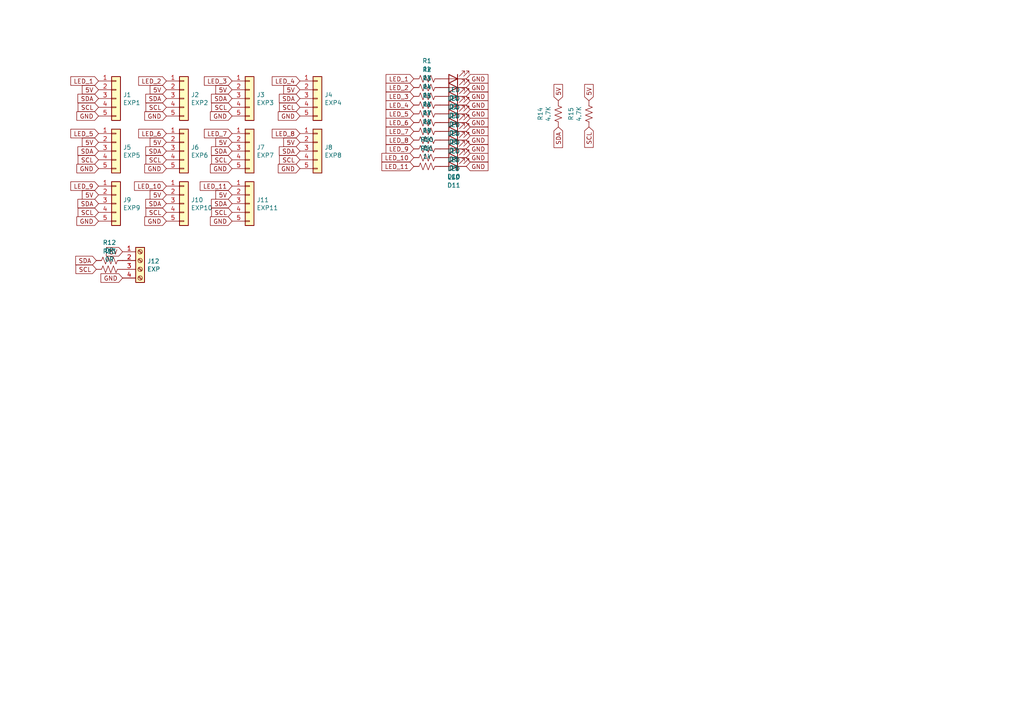
<source format=kicad_sch>
(kicad_sch (version 20230121) (generator eeschema)
  (paper "A4")
  (lib_symbols
    (symbol "Connector:Screw_Terminal_01x04" (pin_names (offset 1.016) hide)
      (property "Reference" "J" (at 0 5.08 0))
      (property "Value" "Screw_Terminal_01x04" (at 0 -7.62 0))
      (symbol "Screw_Terminal_01x04_1_1"
        (rectangle (start -1.27 3.81) (end 1.27 -6.35) (stroke (width 0.254)) (fill (type background)))
        (circle (center 0 -5.08) (radius 0.635) (stroke (width 0.1524)))
        (circle (center 0 -2.54) (radius 0.635) (stroke (width 0.1524)))
        (polyline (pts (xy -0.5334 -4.7498) (xy 0.3302 -5.588)) (stroke (width 0.1524)))
        (polyline (pts (xy -0.5334 -2.2098) (xy 0.3302 -3.048)) (stroke (width 0.1524)))
        (polyline (pts (xy -0.5334 0.3302) (xy 0.3302 -0.508)) (stroke (width 0.1524)))
        (polyline (pts (xy -0.5334 2.8702) (xy 0.3302 2.032)) (stroke (width 0.1524)))
        (polyline (pts (xy -0.3556 -4.572) (xy 0.508 -5.4102)) (stroke (width 0.1524)))
        (polyline (pts (xy -0.3556 -2.032) (xy 0.508 -2.8702)) (stroke (width 0.1524)))
        (polyline (pts (xy -0.3556 0.508) (xy 0.508 -0.3302)) (stroke (width 0.1524)))
        (polyline (pts (xy -0.3556 3.048) (xy 0.508 2.2098)) (stroke (width 0.1524)))
        (circle (center 0 0) (radius 0.635) (stroke (width 0.1524)))
        (circle (center 0 2.54) (radius 0.635) (stroke (width 0.1524)))
        (pin passive line (at -5.08 2.54 0) (length 3.81) (name "Pin_1") (number "1"))
        (pin passive line (at -5.08 0 0) (length 3.81) (name "Pin_2") (number "2"))
        (pin passive line (at -5.08 -2.54 0) (length 3.81) (name "Pin_3") (number "3"))
        (pin passive line (at -5.08 -5.08 0) (length 3.81) (name "Pin_4") (number "4"))
      )
    )
    (symbol "Connector_Generic:Conn_01x05" (pin_names (offset 1.016) hide)
      (property "Reference" "J" (at 0 7.62 0))
      (property "Value" "Conn_01x05" (at 0 -7.62 0))
      (symbol "Conn_01x05_1_1"
        (rectangle (start -1.27 -4.953) (end 0 -5.207) (stroke (width 0.1524)))
        (rectangle (start -1.27 -2.413) (end 0 -2.667) (stroke (width 0.1524)))
        (rectangle (start -1.27 0.127) (end 0 -0.127) (stroke (width 0.1524)))
        (rectangle (start -1.27 2.667) (end 0 2.413) (stroke (width 0.1524)))
        (rectangle (start -1.27 5.207) (end 0 4.953) (stroke (width 0.1524)))
        (rectangle (start -1.27 6.35) (end 1.27 -6.35) (stroke (width 0.254)) (fill (type background)))
        (pin passive line (at -5.08 5.08 0) (length 3.81) (name "Pin_1") (number "1"))
        (pin passive line (at -5.08 2.54 0) (length 3.81) (name "Pin_2") (number "2"))
        (pin passive line (at -5.08 0 0) (length 3.81) (name "Pin_3") (number "3"))
        (pin passive line (at -5.08 -2.54 0) (length 3.81) (name "Pin_4") (number "4"))
        (pin passive line (at -5.08 -5.08 0) (length 3.81) (name "Pin_5") (number "5"))
      )
    )
    (symbol "Device:LED" (pin_numbers hide) (pin_names (offset 1.016) hide)
      (property "Reference" "D" (at 0 2.54 0))
      (property "Value" "LED" (at 0 -2.54 0))
      (symbol "LED_0_1"
        (polyline (pts (xy -1.27 -1.27) (xy -1.27 1.27)) (stroke (width 0.254)))
        (polyline (pts (xy -1.27 0) (xy 1.27 0)))
        (polyline (pts (xy 1.27 -1.27) (xy 1.27 1.27) (xy -1.27 0) (xy 1.27 -1.27)) (stroke (width 0.254)))
        (polyline (pts (xy -3.048 -0.762) (xy -4.572 -2.286) (xy -3.81 -2.286) (xy -4.572 -2.286) (xy -4.572 -1.524)))
        (polyline (pts (xy -1.778 -0.762) (xy -3.302 -2.286) (xy -2.54 -2.286) (xy -3.302 -2.286) (xy -3.302 -1.524)))
      )
      (symbol "LED_1_1"
        (pin passive line (at -3.81 0 0) (length 2.54) (name "K") (number "1"))
        (pin passive line (at 3.81 0 180) (length 2.54) (name "A") (number "2"))
      )
    )
    (symbol "Device:R_US" (pin_numbers hide) (pin_names (offset 0))
      (property "Reference" "R" (at 2.54 0 90))
      (property "Value" "R_US" (at -2.54 0 90))
      (symbol "R_US_0_1"
        (polyline (pts (xy 0 -2.286) (xy 0 -2.54)))
        (polyline (pts (xy 0 2.286) (xy 0 2.54)))
        (polyline (pts (xy 0 -0.762) (xy 1.016 -1.143) (xy 0 -1.524) (xy -1.016 -1.905) (xy 0 -2.286)))
        (polyline (pts (xy 0 0.762) (xy 1.016 0.381) (xy 0 0) (xy -1.016 -0.381) (xy 0 -0.762)))
        (polyline (pts (xy 0 2.286) (xy 1.016 1.905) (xy 0 1.524) (xy -1.016 1.143) (xy 0 0.762)))
      )
      (symbol "R_US_1_1"
        (pin passive line (at 0 3.81 270) (length 1.27) (name "~") (number "1"))
        (pin passive line (at 0 -3.81 90) (length 1.27) (name "~") (number "2"))
      )
    )
  )
  (global_label "GND" (shape input) (at 48.26 33.655 180) (property "Intersheetrefs" "${INTERSHEET_REFS}" (effects hide)))
  (global_label "GND" (shape input) (at 67.31 64.135 180) (property "Intersheetrefs" "${INTERSHEET_REFS}" (effects hide)))
  (global_label "SCL" (shape input) (at 48.26 61.595 180) (property "Intersheetrefs" "${INTERSHEET_REFS}" (effects hide)))
  (global_label "SCL" (shape input) (at 67.31 46.355 180) (property "Intersheetrefs" "${INTERSHEET_REFS}" (effects hide)))
  (global_label "SCL" (shape input) (at 28.575 61.595 180) (property "Intersheetrefs" "${INTERSHEET_REFS}" (effects hide)))
  (global_label "5V" (shape input) (at 170.815 29.21 90) (property "Intersheetrefs" "${INTERSHEET_REFS}" (effects hide)))
  (global_label "SDA" (shape input) (at 48.26 43.815 180) (property "Intersheetrefs" "${INTERSHEET_REFS}" (effects hide)))
  (global_label "SCL" (shape input) (at 28.575 31.115 180) (property "Intersheetrefs" "${INTERSHEET_REFS}" (effects hide)))
  (global_label "SDA" (shape input) (at 67.31 59.055 180) (property "Intersheetrefs" "${INTERSHEET_REFS}" (effects hide)))
  (global_label "GND" (shape input) (at 28.575 64.135 180) (property "Intersheetrefs" "${INTERSHEET_REFS}" (effects hide)))
  (global_label "GND" (shape input) (at 135.255 40.64 0) (property "Intersheetrefs" "${INTERSHEET_REFS}" (effects hide)))
  (global_label "GND" (shape input) (at 48.26 64.135 180) (property "Intersheetrefs" "${INTERSHEET_REFS}" (effects hide)))
  (global_label "LED_5" (shape input) (at 28.575 38.735 180) (property "Intersheetrefs" "${INTERSHEET_REFS}" (effects hide)))
  (global_label "SDA" (shape input) (at 48.26 59.055 180) (property "Intersheetrefs" "${INTERSHEET_REFS}" (effects hide)))
  (global_label "GND" (shape input) (at 67.31 33.655 180) (property "Intersheetrefs" "${INTERSHEET_REFS}" (effects hide)))
  (global_label "GND" (shape input) (at 135.255 22.86 0) (property "Intersheetrefs" "${INTERSHEET_REFS}" (effects hide)))
  (global_label "LED_3" (shape input) (at 67.31 23.495 180) (property "Intersheetrefs" "${INTERSHEET_REFS}" (effects hide)))
  (global_label "5V" (shape input) (at 86.995 41.275 180) (property "Intersheetrefs" "${INTERSHEET_REFS}" (effects hide)))
  (global_label "SDA" (shape input) (at 28.575 43.815 180) (property "Intersheetrefs" "${INTERSHEET_REFS}" (effects hide)))
  (global_label "5V" (shape input) (at 48.26 56.515 180) (property "Intersheetrefs" "${INTERSHEET_REFS}" (effects hide)))
  (global_label "LED_6" (shape input) (at 48.26 38.735 180) (property "Intersheetrefs" "${INTERSHEET_REFS}" (effects hide)))
  (global_label "5V" (shape input) (at 86.995 26.035 180) (property "Intersheetrefs" "${INTERSHEET_REFS}" (effects hide)))
  (global_label "LED_8" (shape input) (at 86.995 38.735 180) (property "Intersheetrefs" "${INTERSHEET_REFS}" (effects hide)))
  (global_label "SCL" (shape input) (at 48.26 31.115 180) (property "Intersheetrefs" "${INTERSHEET_REFS}" (effects hide)))
  (global_label "LED_11" (shape input) (at 120.015 48.26 180) (property "Intersheetrefs" "${INTERSHEET_REFS}" (effects hide)))
  (global_label "GND" (shape input) (at 135.255 45.72 0) (property "Intersheetrefs" "${INTERSHEET_REFS}" (effects hide)))
  (global_label "SDA" (shape input) (at 28.575 59.055 180) (property "Intersheetrefs" "${INTERSHEET_REFS}" (effects hide)))
  (global_label "LED_5" (shape input) (at 120.015 33.02 180) (property "Intersheetrefs" "${INTERSHEET_REFS}" (effects hide)))
  (global_label "GND" (shape input) (at 135.255 43.18 0) (property "Intersheetrefs" "${INTERSHEET_REFS}" (effects hide)))
  (global_label "5V" (shape input) (at 67.31 41.275 180) (property "Intersheetrefs" "${INTERSHEET_REFS}" (effects hide)))
  (global_label "SCL" (shape input) (at 170.815 36.83 270) (property "Intersheetrefs" "${INTERSHEET_REFS}" (effects hide)))
  (global_label "5V" (shape input) (at 67.31 26.035 180) (property "Intersheetrefs" "${INTERSHEET_REFS}" (effects hide)))
  (global_label "LED_11" (shape input) (at 67.31 53.975 180) (property "Intersheetrefs" "${INTERSHEET_REFS}" (effects hide)))
  (global_label "GND" (shape input) (at 48.26 48.895 180) (property "Intersheetrefs" "${INTERSHEET_REFS}" (effects hide)))
  (global_label "GND" (shape input) (at 135.255 30.48 0) (property "Intersheetrefs" "${INTERSHEET_REFS}" (effects hide)))
  (global_label "GND" (shape input) (at 135.255 25.4 0) (property "Intersheetrefs" "${INTERSHEET_REFS}" (effects hide)))
  (global_label "LED_7" (shape input) (at 67.31 38.735 180) (property "Intersheetrefs" "${INTERSHEET_REFS}" (effects hide)))
  (global_label "5V" (shape input) (at 161.925 29.21 90) (property "Intersheetrefs" "${INTERSHEET_REFS}" (effects hide)))
  (global_label "SCL" (shape input) (at 86.995 31.115 180) (property "Intersheetrefs" "${INTERSHEET_REFS}" (effects hide)))
  (global_label "LED_9" (shape input) (at 28.575 53.975 180) (property "Intersheetrefs" "${INTERSHEET_REFS}" (effects hide)))
  (global_label "LED_4" (shape input) (at 86.995 23.495 180) (property "Intersheetrefs" "${INTERSHEET_REFS}" (effects hide)))
  (global_label "LED_8" (shape input) (at 120.015 40.64 180) (property "Intersheetrefs" "${INTERSHEET_REFS}" (effects hide)))
  (global_label "LED_10" (shape input) (at 48.26 53.975 180) (property "Intersheetrefs" "${INTERSHEET_REFS}" (effects hide)))
  (global_label "LED_6" (shape input) (at 120.015 35.56 180) (property "Intersheetrefs" "${INTERSHEET_REFS}" (effects hide)))
  (global_label "SCL" (shape input) (at 67.31 31.115 180) (property "Intersheetrefs" "${INTERSHEET_REFS}" (effects hide)))
  (global_label "5V" (shape input) (at 35.56 73.025 180) (property "Intersheetrefs" "${INTERSHEET_REFS}" (effects hide)))
  (global_label "GND" (shape input) (at 135.255 38.1 0) (property "Intersheetrefs" "${INTERSHEET_REFS}" (effects hide)))
  (global_label "SDA" (shape input) (at 67.31 28.575 180) (property "Intersheetrefs" "${INTERSHEET_REFS}" (effects hide)))
  (global_label "GND" (shape input) (at 86.995 33.655 180) (property "Intersheetrefs" "${INTERSHEET_REFS}" (effects hide)))
  (global_label "LED_3" (shape input) (at 120.015 27.94 180) (property "Intersheetrefs" "${INTERSHEET_REFS}" (effects hide)))
  (global_label "SDA" (shape input) (at 67.31 43.815 180) (property "Intersheetrefs" "${INTERSHEET_REFS}" (effects hide)))
  (global_label "SDA" (shape input) (at 161.925 36.83 270) (property "Intersheetrefs" "${INTERSHEET_REFS}" (effects hide)))
  (global_label "GND" (shape input) (at 135.255 35.56 0) (property "Intersheetrefs" "${INTERSHEET_REFS}" (effects hide)))
  (global_label "LED_2" (shape input) (at 48.26 23.495 180) (property "Intersheetrefs" "${INTERSHEET_REFS}" (effects hide)))
  (global_label "LED_1" (shape input) (at 28.575 23.495 180) (property "Intersheetrefs" "${INTERSHEET_REFS}" (effects hide)))
  (global_label "SDA" (shape input) (at 48.26 28.575 180) (property "Intersheetrefs" "${INTERSHEET_REFS}" (effects hide)))
  (global_label "SCL" (shape input) (at 67.31 61.595 180) (property "Intersheetrefs" "${INTERSHEET_REFS}" (effects hide)))
  (global_label "LED_2" (shape input) (at 120.015 25.4 180) (property "Intersheetrefs" "${INTERSHEET_REFS}" (effects hide)))
  (global_label "SCL" (shape input) (at 27.94 78.105 180) (property "Intersheetrefs" "${INTERSHEET_REFS}" (effects hide)))
  (global_label "GND" (shape input) (at 135.255 33.02 0) (property "Intersheetrefs" "${INTERSHEET_REFS}" (effects hide)))
  (global_label "GND" (shape input) (at 28.575 33.655 180) (property "Intersheetrefs" "${INTERSHEET_REFS}" (effects hide)))
  (global_label "5V" (shape input) (at 28.575 41.275 180) (property "Intersheetrefs" "${INTERSHEET_REFS}" (effects hide)))
  (global_label "LED_4" (shape input) (at 120.015 30.48 180) (property "Intersheetrefs" "${INTERSHEET_REFS}" (effects hide)))
  (global_label "SDA" (shape input) (at 28.575 28.575 180) (property "Intersheetrefs" "${INTERSHEET_REFS}" (effects hide)))
  (global_label "LED_10" (shape input) (at 120.015 45.72 180) (property "Intersheetrefs" "${INTERSHEET_REFS}" (effects hide)))
  (global_label "GND" (shape input) (at 67.31 48.895 180) (property "Intersheetrefs" "${INTERSHEET_REFS}" (effects hide)))
  (global_label "LED_9" (shape input) (at 120.015 43.18 180) (property "Intersheetrefs" "${INTERSHEET_REFS}" (effects hide)))
  (global_label "LED_1" (shape input) (at 120.015 22.86 180) (property "Intersheetrefs" "${INTERSHEET_REFS}" (effects hide)))
  (global_label "5V" (shape input) (at 48.26 26.035 180) (property "Intersheetrefs" "${INTERSHEET_REFS}" (effects hide)))
  (global_label "SCL" (shape input) (at 28.575 46.355 180) (property "Intersheetrefs" "${INTERSHEET_REFS}" (effects hide)))
  (global_label "5V" (shape input) (at 48.26 41.275 180) (property "Intersheetrefs" "${INTERSHEET_REFS}" (effects hide)))
  (global_label "GND" (shape input) (at 28.575 48.895 180) (property "Intersheetrefs" "${INTERSHEET_REFS}" (effects hide)))
  (global_label "LED_7" (shape input) (at 120.015 38.1 180) (property "Intersheetrefs" "${INTERSHEET_REFS}" (effects hide)))
  (global_label "GND" (shape input) (at 35.56 80.645 180) (property "Intersheetrefs" "${INTERSHEET_REFS}" (effects hide)))
  (global_label "GND" (shape input) (at 135.255 27.94 0) (property "Intersheetrefs" "${INTERSHEET_REFS}" (effects hide)))
  (global_label "GND" (shape input) (at 135.255 48.26 0) (property "Intersheetrefs" "${INTERSHEET_REFS}" (effects hide)))
  (global_label "5V" (shape input) (at 28.575 56.515 180) (property "Intersheetrefs" "${INTERSHEET_REFS}" (effects hide)))
  (global_label "SCL" (shape input) (at 48.26 46.355 180) (property "Intersheetrefs" "${INTERSHEET_REFS}" (effects hide)))
  (global_label "SDA" (shape input) (at 86.995 43.815 180) (property "Intersheetrefs" "${INTERSHEET_REFS}" (effects hide)))
  (global_label "5V" (shape input) (at 67.31 56.515 180) (property "Intersheetrefs" "${INTERSHEET_REFS}" (effects hide)))
  (global_label "SCL" (shape input) (at 86.995 46.355 180) (property "Intersheetrefs" "${INTERSHEET_REFS}" (effects hide)))
  (global_label "SDA" (shape input) (at 27.94 75.565 180) (property "Intersheetrefs" "${INTERSHEET_REFS}" (effects hide)))
  (global_label "SDA" (shape input) (at 86.995 28.575 180) (property "Intersheetrefs" "${INTERSHEET_REFS}" (effects hide)))
  (global_label "5V" (shape input) (at 28.575 26.035 180) (property "Intersheetrefs" "${INTERSHEET_REFS}" (effects hide)))
  (global_label "GND" (shape input) (at 86.995 48.895 180) (property "Intersheetrefs" "${INTERSHEET_REFS}" (effects hide)))
  (symbol (lib_id "Connector_Generic:Conn_01x05") (at 33.655 28.575 0) (unit 1)
    (property "Reference" "J1" (at 35.687 27.5082 0) (effects (justify left)))
    (property "Value" "EXP1" (at 35.687 29.8196 0) (effects (justify left)))
    (property "Footprint" "Connector_PinSocket_2.54mm:PinSocket_1x05_P2.54mm_Vertical" (effects hide))
  )
  (symbol (lib_id "Connector_Generic:Conn_01x05") (at 53.34 28.575 0) (unit 1)
    (property "Reference" "J2" (at 55.372 27.5082 0) (effects (justify left)))
    (property "Value" "EXP2" (at 55.372 29.8196 0) (effects (justify left)))
    (property "Footprint" "Connector_PinSocket_2.54mm:PinSocket_1x05_P2.54mm_Vertical" (effects hide))
  )
  (symbol (lib_id "Connector_Generic:Conn_01x05") (at 72.39 28.575 0) (unit 1)
    (property "Reference" "J3" (at 74.422 27.5082 0) (effects (justify left)))
    (property "Value" "EXP3" (at 74.422 29.8196 0) (effects (justify left)))
    (property "Footprint" "Connector_PinSocket_2.54mm:PinSocket_1x05_P2.54mm_Vertical" (effects hide))
  )
  (symbol (lib_id "Connector_Generic:Conn_01x05") (at 92.075 28.575 0) (unit 1)
    (property "Reference" "J4" (at 94.107 27.5082 0) (effects (justify left)))
    (property "Value" "EXP4" (at 94.107 29.8196 0) (effects (justify left)))
    (property "Footprint" "Connector_PinSocket_2.54mm:PinSocket_1x05_P2.54mm_Vertical" (effects hide))
  )
  (symbol (lib_id "Connector_Generic:Conn_01x05") (at 33.655 43.815 0) (unit 1)
    (property "Reference" "J5" (at 35.687 42.7482 0) (effects (justify left)))
    (property "Value" "EXP5" (at 35.687 45.0596 0) (effects (justify left)))
    (property "Footprint" "Connector_PinSocket_2.54mm:PinSocket_1x05_P2.54mm_Vertical" (effects hide))
  )
  (symbol (lib_id "Connector_Generic:Conn_01x05") (at 53.34 43.815 0) (unit 1)
    (property "Reference" "J6" (at 55.372 42.7482 0) (effects (justify left)))
    (property "Value" "EXP6" (at 55.372 45.0596 0) (effects (justify left)))
    (property "Footprint" "Connector_PinSocket_2.54mm:PinSocket_1x05_P2.54mm_Vertical" (effects hide))
  )
  (symbol (lib_id "Connector_Generic:Conn_01x05") (at 72.39 43.815 0) (unit 1)
    (property "Reference" "J7" (at 74.422 42.7482 0) (effects (justify left)))
    (property "Value" "EXP7" (at 74.422 45.0596 0) (effects (justify left)))
    (property "Footprint" "Connector_PinSocket_2.54mm:PinSocket_1x05_P2.54mm_Vertical" (effects hide))
  )
  (symbol (lib_id "Connector_Generic:Conn_01x05") (at 92.075 43.815 0) (unit 1)
    (property "Reference" "J8" (at 94.107 42.7482 0) (effects (justify left)))
    (property "Value" "EXP8" (at 94.107 45.0596 0) (effects (justify left)))
    (property "Footprint" "Connector_PinSocket_2.54mm:PinSocket_1x05_P2.54mm_Vertical" (effects hide))
  )
  (symbol (lib_id "Connector_Generic:Conn_01x05") (at 33.655 59.055 0) (unit 1)
    (property "Reference" "J9" (at 35.687 57.9882 0) (effects (justify left)))
    (property "Value" "EXP9" (at 35.687 60.2996 0) (effects (justify left)))
    (property "Footprint" "Connector_PinSocket_2.54mm:PinSocket_1x05_P2.54mm_Vertical" (effects hide))
  )
  (symbol (lib_id "Connector_Generic:Conn_01x05") (at 53.34 59.055 0) (unit 1)
    (property "Reference" "J10" (at 55.372 57.9882 0) (effects (justify left)))
    (property "Value" "EXP10" (at 55.372 60.2996 0) (effects (justify left)))
    (property "Footprint" "Connector_PinSocket_2.54mm:PinSocket_1x05_P2.54mm_Vertical" (effects hide))
  )
  (symbol (lib_id "Connector_Generic:Conn_01x05") (at 72.39 59.055 0) (unit 1)
    (property "Reference" "J11" (at 74.422 57.9882 0) (effects (justify left)))
    (property "Value" "EXP11" (at 74.422 60.2996 0) (effects (justify left)))
    (property "Footprint" "Connector_PinSocket_2.54mm:PinSocket_1x05_P2.54mm_Vertical" (effects hide))
  )
  (symbol (lib_id "Connector:Screw_Terminal_01x04") (at 40.64 75.565 0) (unit 1)
    (property "Reference" "J12" (at 42.672 75.7682 0) (effects (justify left)))
    (property "Value" "EXP" (at 42.672 78.0796 0) (effects (justify left)))
    (property "Footprint" "TerminalBlock:TerminalBlock_bornier-4_P5.08mm" (effects hide))
  )
  (symbol (lib_id "Device:LED") (at 131.445 22.86 180) (unit 1)
    (property "Reference" "D1" (at 131.6228 28.3464 0))
    (property "Value" "LED" (at 131.6228 26.035 0))
    (property "Footprint" "LED_SMD:LED_0805_2012Metric" (effects hide))
  )
  (symbol (lib_id "Device:R_US") (at 123.825 22.86 270) (unit 1)
    (property "Reference" "R1" (at 123.825 17.653 90))
    (property "Value" "1k" (at 123.825 19.9644 90))
    (property "Footprint" "Resistor_SMD:R_0805_2012Metric" (effects hide))
  )
  (symbol (lib_id "Device:LED") (at 131.445 25.4 180) (unit 1)
    (property "Reference" "D2" (at 131.6228 30.8864 0))
    (property "Value" "LED" (at 131.6228 28.575 0))
    (property "Footprint" "LED_SMD:LED_0805_2012Metric" (effects hide))
  )
  (symbol (lib_id "Device:R_US") (at 123.825 25.4 270) (unit 1)
    (property "Reference" "R2" (at 123.825 20.193 90))
    (property "Value" "1k" (at 123.825 22.5044 90))
    (property "Footprint" "Resistor_SMD:R_0805_2012Metric" (effects hide))
  )
  (symbol (lib_id "Device:LED") (at 131.445 27.94 180) (unit 1)
    (property "Reference" "D3" (at 131.6228 33.4264 0))
    (property "Value" "LED" (at 131.6228 31.115 0))
    (property "Footprint" "LED_SMD:LED_0805_2012Metric" (effects hide))
  )
  (symbol (lib_id "Device:R_US") (at 123.825 27.94 270) (unit 1)
    (property "Reference" "R3" (at 123.825 22.733 90))
    (property "Value" "1k" (at 123.825 25.0444 90))
    (property "Footprint" "Resistor_SMD:R_0805_2012Metric" (effects hide))
  )
  (symbol (lib_id "Device:LED") (at 131.445 30.48 180) (unit 1)
    (property "Reference" "D4" (at 131.6228 35.9664 0))
    (property "Value" "LED" (at 131.6228 33.655 0))
    (property "Footprint" "LED_SMD:LED_0805_2012Metric" (effects hide))
  )
  (symbol (lib_id "Device:R_US") (at 123.825 30.48 270) (unit 1)
    (property "Reference" "R4" (at 123.825 25.273 90))
    (property "Value" "1k" (at 123.825 27.5844 90))
    (property "Footprint" "Resistor_SMD:R_0805_2012Metric" (effects hide))
  )
  (symbol (lib_id "Device:R_US") (at 31.75 78.105 270) (unit 1)
    (property "Reference" "R13" (at 31.75 72.898 90))
    (property "Value" "0R" (at 31.75 75.2094 90))
    (property "Footprint" "Resistor_SMD:R_0805_2012Metric" (effects hide))
  )
  (symbol (lib_id "Device:LED") (at 131.445 33.02 180) (unit 1)
    (property "Reference" "D5" (at 131.6228 38.5064 0))
    (property "Value" "LED" (at 131.6228 36.195 0))
    (property "Footprint" "LED_SMD:LED_0805_2012Metric" (effects hide))
  )
  (symbol (lib_id "Device:R_US") (at 123.825 33.02 270) (unit 1)
    (property "Reference" "R5" (at 123.825 27.813 90))
    (property "Value" "1k" (at 123.825 30.1244 90))
    (property "Footprint" "Resistor_SMD:R_0805_2012Metric" (effects hide))
  )
  (symbol (lib_id "Device:LED") (at 131.445 35.56 180) (unit 1)
    (property "Reference" "D6" (at 131.6228 41.0464 0))
    (property "Value" "LED" (at 131.6228 38.735 0))
    (property "Footprint" "LED_SMD:LED_0805_2012Metric" (effects hide))
  )
  (symbol (lib_id "Device:R_US") (at 123.825 35.56 270) (unit 1)
    (property "Reference" "R6" (at 123.825 30.353 90))
    (property "Value" "1k" (at 123.825 32.6644 90))
    (property "Footprint" "Resistor_SMD:R_0805_2012Metric" (effects hide))
  )
  (symbol (lib_id "Device:LED") (at 131.445 38.1 180) (unit 1)
    (property "Reference" "D7" (at 131.6228 43.5864 0))
    (property "Value" "LED" (at 131.6228 41.275 0))
    (property "Footprint" "LED_SMD:LED_0805_2012Metric" (effects hide))
  )
  (symbol (lib_id "Device:R_US") (at 123.825 38.1 270) (unit 1)
    (property "Reference" "R7" (at 123.825 32.893 90))
    (property "Value" "1k" (at 123.825 35.2044 90))
    (property "Footprint" "Resistor_SMD:R_0805_2012Metric" (effects hide))
  )
  (symbol (lib_id "Device:LED") (at 131.445 40.64 180) (unit 1)
    (property "Reference" "D8" (at 131.6228 46.1264 0))
    (property "Value" "LED" (at 131.6228 43.815 0))
    (property "Footprint" "LED_SMD:LED_0805_2012Metric" (effects hide))
  )
  (symbol (lib_id "Device:R_US") (at 123.825 40.64 270) (unit 1)
    (property "Reference" "R8" (at 123.825 35.433 90))
    (property "Value" "1k" (at 123.825 37.7444 90))
    (property "Footprint" "Resistor_SMD:R_0805_2012Metric" (effects hide))
  )
  (symbol (lib_id "Device:LED") (at 131.445 43.18 180) (unit 1)
    (property "Reference" "D9" (at 131.6228 48.6664 0))
    (property "Value" "LED" (at 131.6228 46.355 0))
    (property "Footprint" "LED_SMD:LED_0805_2012Metric" (effects hide))
  )
  (symbol (lib_id "Device:R_US") (at 123.825 43.18 270) (unit 1)
    (property "Reference" "R9" (at 123.825 37.973 90))
    (property "Value" "1k" (at 123.825 40.2844 90))
    (property "Footprint" "Resistor_SMD:R_0805_2012Metric" (effects hide))
  )
  (symbol (lib_id "Device:LED") (at 131.445 45.72 180) (unit 1)
    (property "Reference" "D10" (at 131.6228 51.2064 0))
    (property "Value" "LED" (at 131.6228 48.895 0))
    (property "Footprint" "LED_SMD:LED_0805_2012Metric" (effects hide))
  )
  (symbol (lib_id "Device:R_US") (at 123.825 45.72 270) (unit 1)
    (property "Reference" "R10" (at 123.825 40.513 90))
    (property "Value" "1k" (at 123.825 42.8244 90))
    (property "Footprint" "Resistor_SMD:R_0805_2012Metric" (effects hide))
  )
  (symbol (lib_id "Device:LED") (at 131.445 48.26 180) (unit 1)
    (property "Reference" "D11" (at 131.6228 53.7464 0))
    (property "Value" "LED" (at 131.6228 51.435 0))
    (property "Footprint" "LED_SMD:LED_0805_2012Metric" (effects hide))
  )
  (symbol (lib_id "Device:R_US") (at 123.825 48.26 270) (unit 1)
    (property "Reference" "R11" (at 123.825 43.053 90))
    (property "Value" "1k" (at 123.825 45.3644 90))
    (property "Footprint" "Resistor_SMD:R_0805_2012Metric" (effects hide))
  )
  (symbol (lib_id "Device:R_US") (at 31.75 75.565 270) (unit 1)
    (property "Reference" "R12" (at 31.75 70.358 90))
    (property "Value" "0R" (at 31.75 72.6694 90))
    (property "Footprint" "Resistor_SMD:R_0805_2012Metric" (effects hide))
  )
  (symbol (lib_id "Device:R_US") (at 170.815 33.02 0) (unit 1)
    (property "Reference" "R15" (at 165.608 33.02 90))
    (property "Value" "4.7K" (at 167.9194 33.02 90))
    (property "Footprint" "Resistor_SMD:R_0805_2012Metric" (effects hide))
  )
  (symbol (lib_id "Device:R_US") (at 161.925 33.02 0) (unit 1)
    (property "Reference" "R14" (at 156.718 33.02 90))
    (property "Value" "4.7K" (at 159.0294 33.02 90))
    (property "Footprint" "Resistor_SMD:R_0805_2012Metric" (effects hide))
  )
)
</source>
